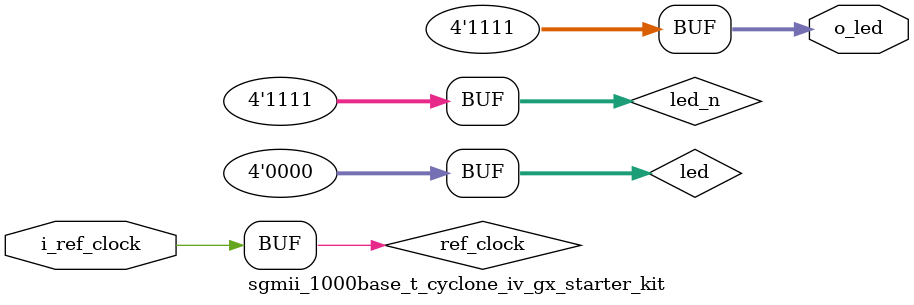
<source format=sv>
/**
 *  File:               sgmii_1000base_t_cyclone_iv_gx_starter_kit.sv
 *  Modules:            sgmii_1000base_t_cyclone_iv_gx_starter_kit
 *  Start design:       24.05.2021
 *  Last revision:      24.05.2021
 *  Source language:    SystemVerilog 3.1a IEEE 1364-2001
 *
 *  SGMII 1000Base-T example of using the "verilog-ethernet" library on Cyclone IV GX starter-kit
 *  Intel Cyclone IV GX (EP4CGX15BF14C8) FPGA
 *  Copyright (c) 2021 Vadim A. Lukinov
 *
 *  Naming Conventions:
 *      parameter               "p_*"
 *      local parameter         "lp_*"
 *      input port              "i_*"
 *      output port             "o_*"
 *      active low signals:     "*_n"
 *      write enable:           "*_we"
 *      clock signals:          clock, clk
 *      reset signal:           reset_n, rst_n
 *
 *  History:
 *      24.05.2021              Create first versions of modules: "sgmii_1000base_t_cyclone_iv_gx_starter_kit" - (Vadim A. Lukinov)
 *
 */
`ifndef SGMII_1000BASE_T_CYCLONE_IV_GX_STARTER_KIT_SV_
`define SGMII_1000BASE_T_CYCLONE_IV_GX_STARTER_KIT_SV_


/**
 *  module - "sgmii_1000base_t_cyclone_iv_gx_starter_kit"
 *  SGMII 1000Base-T example of using the "verilog-ethernet" library on Cyclone IV GX starter-kit Top module
 *
 */
module sgmii_1000base_t_cyclone_iv_gx_starter_kit
#(
    parameter FPGA_REFERENCE_CLOCK_FREQUENCY = 125000000,
    parameter FPGA_RESET_DELAY_US = 20000,
    parameter FPGA_RESET_DELAY_TICKS = (FPGA_REFERENCE_CLOCK_FREQUENCY / 1000000) * FPGA_RESET_DELAY_US
)(
    input logic i_ref_clock,

    output logic[3 : 0] o_led
);
    /// - Internal parameters & constants ----------------------------------------------------------



    /// - Internal logic ---------------------------------------------------------------------------

    logic ref_clock;

    logic[3 : 0] led;
    logic[3 : 0] led_n;

    /// - Logic description ------------------------------------------------------------------------

    always_comb ref_clock = i_ref_clock;

    always_comb led[0] = 1'b0;
    always_comb led[1] = 1'b0;
    always_comb led[2] = 1'b0;
    always_comb led[3] = 1'b0;
    always_comb led_n = ~led;

    /// - External modules -------------------------------------------------------------------------



    /// - Outputs ----------------------------------------------------------------------------------

    always_comb o_led = led_n;

endmodule


`endif // SGMII_1000BASE_T_CYCLONE_IV_GX_STARTER_KIT_SV_


</source>
